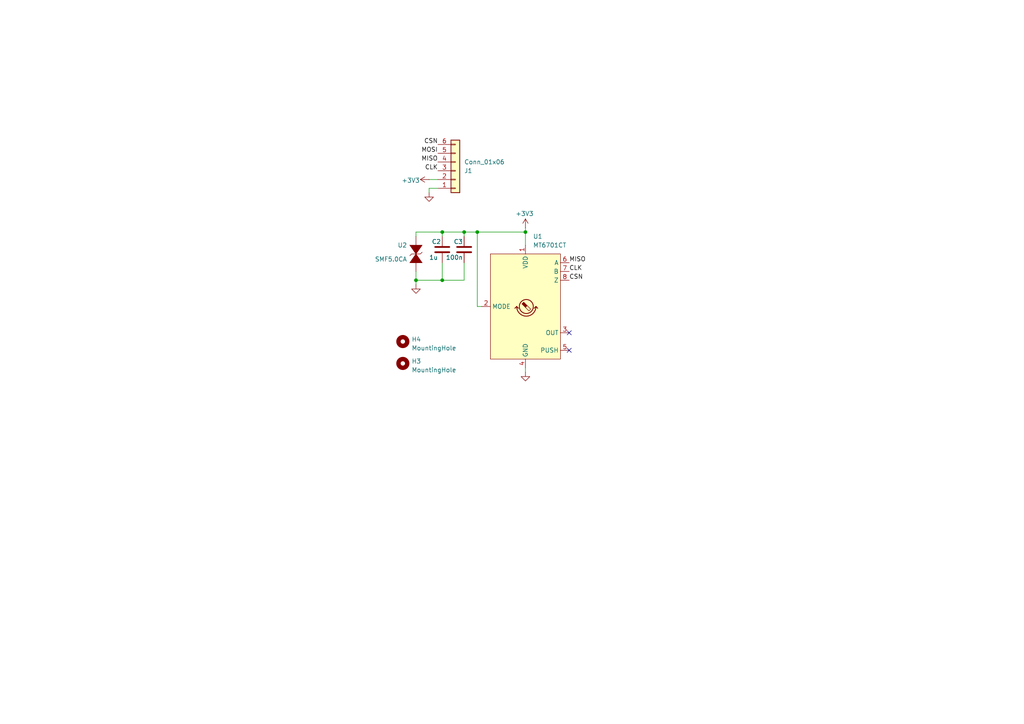
<source format=kicad_sch>
(kicad_sch (version 20231120) (generator "eeschema") (generator_version "8.0")
  (paper "A4")
  (lib_symbols
    (symbol "Connector_Generic:Conn_01x06" (pin_names (offset 1.016) hide)
      (property "Reference" "J" (at 0 7.62 0))
      (property "Value" "Conn_01x06" (at 0 -10.16 0))
      (symbol "Conn_01x06_1_1"
        (rectangle (start -1.27 -7.493) (end 0 -7.747) (stroke (width 0.1524)))
        (rectangle (start -1.27 -4.953) (end 0 -5.207) (stroke (width 0.1524)))
        (rectangle (start -1.27 -2.413) (end 0 -2.667) (stroke (width 0.1524)))
        (rectangle (start -1.27 0.127) (end 0 -0.127) (stroke (width 0.1524)))
        (rectangle (start -1.27 2.667) (end 0 2.413) (stroke (width 0.1524)))
        (rectangle (start -1.27 5.207) (end 0 4.953) (stroke (width 0.1524)))
        (rectangle (start -1.27 6.35) (end 1.27 -8.89) (stroke (width 0.254)) (fill (type background)))
        (pin passive line (at -5.08 5.08 0) (length 3.81) (name "Pin_1") (number "1"))
        (pin passive line (at -5.08 2.54 0) (length 3.81) (name "Pin_2") (number "2"))
        (pin passive line (at -5.08 0 0) (length 3.81) (name "Pin_3") (number "3"))
        (pin passive line (at -5.08 -2.54 0) (length 3.81) (name "Pin_4") (number "4"))
        (pin passive line (at -5.08 -5.08 0) (length 3.81) (name "Pin_5") (number "5"))
        (pin passive line (at -5.08 -7.62 0) (length 3.81) (name "Pin_6") (number "6"))
      )
    )
    (symbol "Device:C" (pin_numbers hide) (pin_names (offset 0.254))
      (property "Reference" "C" (at 0.635 2.54 0))
      (property "Value" "C" (at 0.635 -2.54 0))
      (symbol "C_0_1"
        (polyline (pts (xy -2.032 -0.762) (xy 2.032 -0.762)) (stroke (width 0.508)))
        (polyline (pts (xy -2.032 0.762) (xy 2.032 0.762)) (stroke (width 0.508)))
      )
      (symbol "C_1_1"
        (pin passive line (at 0 3.81 270) (length 2.794) (name "~") (number "1"))
        (pin passive line (at 0 -3.81 90) (length 2.794) (name "~") (number "2"))
      )
    )
    (symbol "Mechanical:MountingHole" (pin_names (offset 1.016))
      (property "Reference" "H" (at 0 5.08 0))
      (property "Value" "MountingHole" (at 0 3.175 0))
      (symbol "MountingHole_0_1"
        (circle (center 0 0) (radius 1.27) (stroke (width 1.27)))
      )
    )
    (symbol "Sensor_Magnetic:MT6701CT"
      (property "Reference" "U" (at -9.6632 16.4397 0))
      (property "Value" "MT6701CT" (at 5.5155 16.4397 0))
      (symbol "MT6701CT_0_1"
        (arc (start -2.54 0) (mid 0.254 -2.7819) (end 3.048 0) (stroke (width 0.254)))
        (polyline (pts (xy -2.54 0) (xy -3.048 -0.508)) (stroke (width 0.254)))
        (polyline (pts (xy -2.54 0) (xy -2.032 -0.508)) (stroke (width 0.254)))
        (polyline (pts (xy 3.048 0) (xy 2.54 -0.508)) (stroke (width 0.254)))
        (polyline (pts (xy 3.048 0) (xy 3.556 -0.508)) (stroke (width 0.254)))
      )
      (symbol "MT6701CT_1_1"
        (rectangle (start -10.16 15.24) (end 10.16 -15.24) (fill (type background)))
        (polyline (pts (xy 0.508 0.254) (xy 1.524 -0.762) (xy 1.016 -1.27) (xy 0 -0.254)))
        (polyline (pts (xy -0.508 1.27) (xy 0.508 0.254) (xy 0 -0.254) (xy -1.016 0.762) (xy -0.762 1.016) (xy -0.508 1.27) (xy -0.381 1.143)) (fill (type outline)))
        (circle (center 0.254 0) (radius 2.032) (stroke (width 0.254)))
        (pin power_in line (at 0 17.78 270) (length 2.54) (name "VDD") (number "1"))
        (pin input line (at -12.7 0 0) (length 2.54) (name "MODE") (number "2"))
        (pin output line (at 12.7 -7.62 180) (length 2.54) (name "OUT") (number "3"))
        (pin power_in line (at 0 -17.78 90) (length 2.54) (name "GND") (number "4"))
        (pin output line (at 12.7 -12.7 180) (length 2.54) (name "PUSH") (number "5"))
        (pin output line (at 12.7 12.7 180) (length 2.54) (name "A") (number "6"))
        (pin output line (at 12.7 10.16 180) (length 2.54) (name "B") (number "7"))
        (pin output line (at 12.7 7.62 180) (length 2.54) (name "Z") (number "8"))
      )
    )
    (symbol "encoder:SMF5.0CA" (pin_numbers hide) (pin_names (offset 1.016) hide)
      (property "Reference" "U" (at 0 4.318 0))
      (property "Value" "SMF5.0CA" (at 0 9.398 0))
      (symbol "SMF5.0CA_1_1"
        (polyline (pts (xy -2.54 -1.778) (xy 0 0) (xy -2.54 1.778) (xy -2.54 -1.778)) (stroke (width 0.1524)) (fill (type outline)))
        (polyline (pts (xy -0.508 1.778) (xy 0 1.27) (xy 0 -1.27) (xy 0.508 -1.778)) (stroke (width 0.1524)))
        (polyline (pts (xy 2.54 1.778) (xy 0 0) (xy 2.54 -1.778) (xy 2.54 1.778)) (stroke (width 0.1524)) (fill (type outline)))
        (pin input line (at -5.08 0 0) (length 5.08) (name "1") (number "1"))
        (pin input line (at 5.08 0 180) (length 5.08) (name "2") (number "2"))
      )
    )
    (symbol "power:+3V3" (power) (pin_numbers hide) (pin_names (offset 0) hide)
      (property "Value" "+3V3" (at 0 3.556 0))
      (symbol "+3V3_0_1"
        (polyline (pts (xy -0.762 1.27) (xy 0 2.54)))
        (polyline (pts (xy 0 0) (xy 0 2.54)))
        (polyline (pts (xy 0 2.54) (xy 0.762 1.27)))
      )
      (symbol "+3V3_1_1"
        (pin power_in line (at 0 0 90) (length 0) (name "~") (number "1"))
      )
    )
    (symbol "power:GND" (power) (pin_names (offset 0))
      (property "Value" "GND" (at 0 -3.81 0))
      (symbol "GND_0_1"
        (polyline (pts (xy 0 0) (xy 0 -1.27) (xy 1.27 -1.27) (xy 0 -2.54) (xy -1.27 -1.27) (xy 0 -1.27)))
      )
      (symbol "GND_1_1"
        (pin power_in line (at 0 0 270) (length 0) hide (name "GND") (number "1"))
      )
    )
  )
  (junction (at 134.62 67.31))
  (junction (at 120.65 81.28))
  (junction (at 152.4 67.31))
  (junction (at 138.43 67.31))
  (junction (at 128.27 67.31))
  (junction (at 128.27 81.28))
  (no_connect (at 165.1 96.52))
  (no_connect (at 165.1 101.6))
  (wire (pts (xy 134.62 67.31) (xy 134.62 68.58)))
  (wire (pts (xy 120.65 81.28) (xy 128.27 81.28)))
  (wire (pts (xy 120.65 81.28) (xy 120.65 82.55)))
  (wire (pts (xy 134.62 76.2) (xy 134.62 81.28)))
  (wire (pts (xy 120.65 78.74) (xy 120.65 81.28)))
  (wire (pts (xy 128.27 67.31) (xy 134.62 67.31)))
  (wire (pts (xy 138.43 67.31) (xy 152.4 67.31)))
  (wire (pts (xy 134.62 67.31) (xy 138.43 67.31)))
  (wire (pts (xy 128.27 67.31) (xy 128.27 68.58)))
  (wire (pts (xy 128.27 81.28) (xy 128.27 76.2)))
  (wire (pts (xy 128.27 67.31) (xy 120.65 67.31)))
  (wire (pts (xy 152.4 67.31) (xy 152.4 71.12)))
  (wire (pts (xy 120.65 67.31) (xy 120.65 68.58)))
  (wire (pts (xy 138.43 67.31) (xy 138.43 88.9)))
  (wire (pts (xy 124.46 54.61) (xy 124.46 55.88)))
  (wire (pts (xy 152.4 106.68) (xy 152.4 107.95)))
  (wire (pts (xy 124.46 52.07) (xy 127 52.07)))
  (wire (pts (xy 124.46 54.61) (xy 127 54.61)))
  (wire (pts (xy 138.43 88.9) (xy 139.7 88.9)))
  (wire (pts (xy 152.4 66.04) (xy 152.4 67.31)))
  (wire (pts (xy 134.62 81.28) (xy 128.27 81.28)))
  (label "MISO" (at 165.1 76.2 0))
  (label "CSN" (at 127 41.91 180))
  (label "CLK" (at 127 49.53 180))
  (label "CSN" (at 165.1 81.28 0))
  (label "CLK" (at 165.1 78.74 0))
  (label "MOSI" (at 127 44.45 180))
  (label "MISO" (at 127 46.99 180))
  (symbol (lib_id "power:+3V3") (at 124.46 52.07 90) (unit 1)
    (property "Reference" "#PWR02" (effects (hide yes)))
    (property "Value" "+3V3" (at 119.126 52.324 90))
    (property "Description" "Power symbol creates a global label with name \"+3V3\"" (effects (hide yes)))
  )
  (symbol (lib_id "encoder:SMF5.0CA") (at 120.65 73.66 270) (unit 1)
    (property "Reference" "U2" (at 115.316 71.12 90) (effects (justify left)))
    (property "Value" "SMF5.0CA" (at 108.712 75.184 90) (effects (justify left)))
    (property "Footprint" "encoder:SMF5.0CA" (effects (hide yes)))
    (property "uuid" "std:db62b61ca1104c1db580444246ffa7b3" (effects (hide yes)))
  )
  (symbol (lib_id "power:+3V3") (at 152.4 66.04 0) (unit 1)
    (property "Reference" "#PWR01" (effects (hide yes)))
    (property "Value" "+3V3" (at 152.146 61.976 0))
    (property "Description" "Power symbol creates a global label with name \"+3V3\"" (effects (hide yes)))
  )
  (symbol (lib_id "Mechanical:MountingHole") (at 116.84 105.41 0) (unit 1)
    (property "Reference" "H3" (at 119.38 104.775 0) (effects (justify left)))
    (property "Value" "MountingHole" (at 119.38 107.315 0) (effects (justify left)))
    (property "Footprint" "MountingHole:MountingHole_2.2mm_M2_Pad_Via" (effects (hide yes)))
  )
  (symbol (lib_id "power:GND") (at 124.46 55.88 0) (unit 1)
    (property "Reference" "#PWR03" (effects (hide yes)))
    (property "Value" "GND" (effects (hide yes)))
  )
  (symbol (lib_id "Device:C") (at 128.27 72.39 0) (unit 1)
    (property "Reference" "C2" (at 125.222 70.104 0) (effects (justify left)))
    (property "Value" "1u" (at 124.46 74.676 0) (effects (justify left)))
    (property "Footprint" "Capacitor_SMD:C_0603_1608Metric_Pad1.08x0.95mm_HandSolder" (effects (hide yes)))
    (property "Description" "Unpolarized capacitor" (effects (hide yes)))
  )
  (symbol (lib_id "Device:C") (at 134.62 72.39 0) (unit 1)
    (property "Reference" "C3" (at 131.572 70.104 0) (effects (justify left)))
    (property "Value" "100n" (at 129.286 74.676 0) (effects (justify left)))
    (property "Footprint" "Capacitor_SMD:C_0603_1608Metric_Pad1.08x0.95mm_HandSolder" (effects (hide yes)))
    (property "Description" "Unpolarized capacitor" (effects (hide yes)))
  )
  (symbol (lib_id "power:GND") (at 120.65 82.55 0) (unit 1)
    (property "Reference" "#PWR04" (effects (hide yes)))
    (property "Value" "GND" (effects (hide yes)))
  )
  (symbol (lib_id "Mechanical:MountingHole") (at 116.84 99.06 0) (unit 1)
    (property "Reference" "H4" (at 119.38 98.425 0) (effects (justify left)))
    (property "Value" "MountingHole" (at 119.38 100.965 0) (effects (justify left)))
    (property "Footprint" "MountingHole:MountingHole_2.2mm_M2_Pad_Via" (effects (hide yes)))
  )
  (symbol (lib_id "power:GND") (at 152.4 107.95 0) (unit 1)
    (property "Reference" "#PWR07" (effects (hide yes)))
    (property "Value" "GND" (effects (hide yes)))
  )
  (symbol (lib_id "Sensor_Magnetic:MT6701CT") (at 152.4 88.9 0) (unit 1)
    (property "Reference" "U1" (at 154.5941 68.58 0) (effects (justify left)))
    (property "Value" "MT6701CT" (at 154.5941 71.12 0) (effects (justify left)))
    (property "Footprint" "Package_SO:SO-8_3.9x4.9mm_P1.27mm" (effects (hide yes)))
    (property "Datasheet" "https://www.magntek.com.cn/upload/MT6701_Rev.1.5.pdf" (effects (hide yes)))
    (property "Description" "Hall Based Angle Position Encoder Sensor, I2C, SSI, ABZ & UVW interfaces, 3.3..5V supply, SOIC-8" (effects (hide yes)))
  )
  (symbol (lib_id "Connector_Generic:Conn_01x06") (at 132.08 49.53 0) (mirror x) (unit 1)
    (property "Reference" "J1" (at 134.62 49.5301 0) (effects (justify left)))
    (property "Value" "Conn_01x06" (at 134.62 46.9901 0) (effects (justify left)))
    (property "Footprint" "encoder:FPC-SMD_6P-P0.50_HDGC_0.5K-A-6PB" (effects (hide yes)))
    (property "Description" "Generic connector, single row, 01x06, script generated (kicad-library-utils/schlib/autogen/connector/)" (effects (hide yes)))
  )
)
</source>
